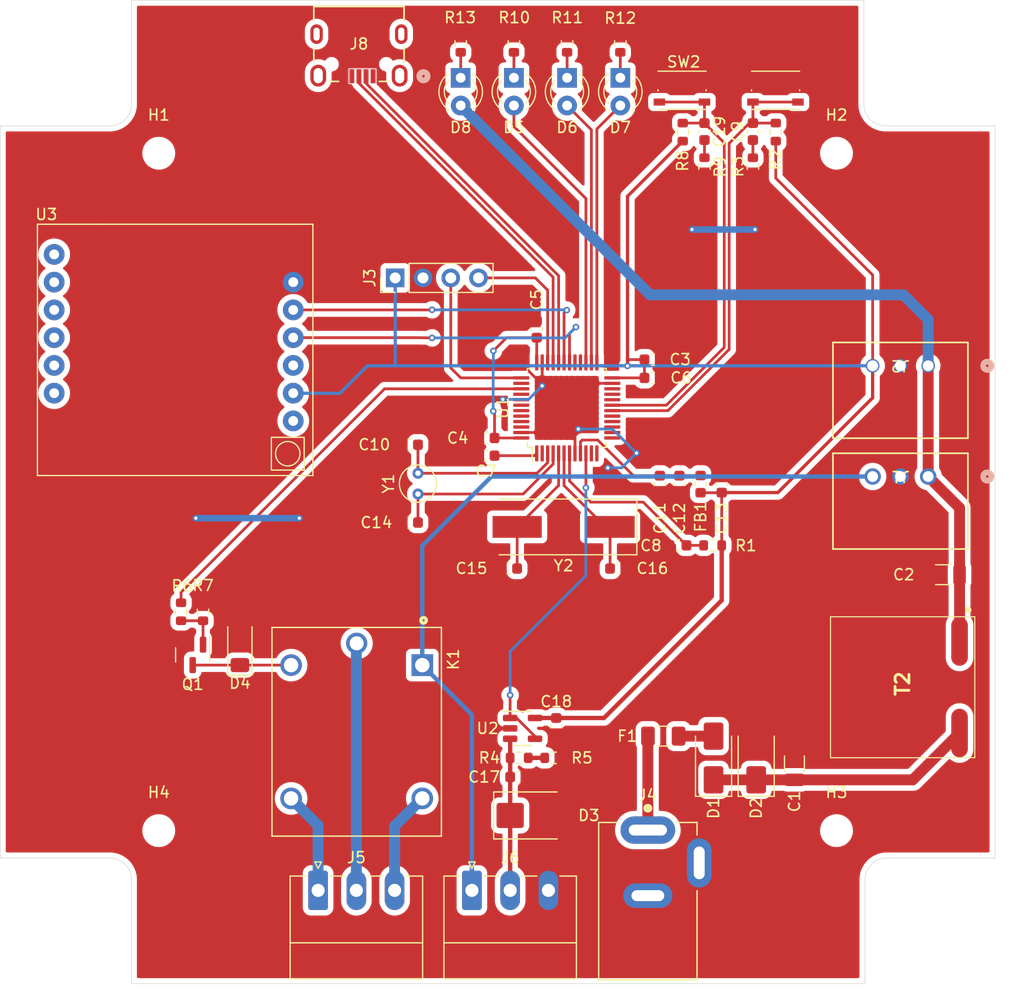
<source format=kicad_pcb>
(kicad_pcb (version 20221018) (generator pcbnew)
  (layers (0 "F.Cu" signal) (31 "B.Cu" signal) (34 "B.Paste" user) (35 "F.Paste" user) (36 "B.SilkS" user "B.Silkscreen") (37 "F.SilkS" user "F.Silkscreen") (38 "B.Mask" user) (39 "F.Mask" user) (44 "Edge.Cuts" user))
  (net 0 "")
  (net 1 "Net-(D1-K)")
  (net 2 "GND")
  (net 3 "/Power/+12V")
  (net 4 "Net-(D1-A)")
  (net 5 "/Power/VIN")
  (net 6 "+5V")
  (net 7 "+3V3")
  (net 8 "/MCU/VBAT")
  (net 9 "/MCU/NRST")
  (net 10 "/MCU/BTN_ACT")
  (net 11 "Net-(C9-Pad2)")
  (net 12 "/MCU/RCC_OSC32_IN")
  (net 13 "+3.3VA")
  (net 14 "/MCU/RCC_OSC32_OUT")
  (net 15 "/MCU/RCC_OSC_IN")
  (net 16 "/MCU/RCC_OSC_OUT")
  (net 17 "/ADC/SENSOR")
  (net 18 "/MCU/BTN_DEACT")
  (net 19 "Net-(C19-Pad2)")
  (net 20 "Net-(D4-K)")
  (net 21 "Net-(D5-K)")
  (net 22 "/MCU/LED_ACT")
  (net 23 "Net-(D6-K)")
  (net 24 "/MCU/LED_DEACT")
  (net 25 "Net-(D7-K)")
  (net 26 "/MCU/LED_ERR")
  (net 27 "Net-(D8-K)")
  (net 28 "/MCU/SWDIO")
  (net 29 "/MCU/SWCLK")
  (net 30 "/RELAY/RLIN")
  (net 31 "/RELAY/RLNO")
  (net 32 "/RELAY/RLNC")
  (net 33 "/MCU/USB_DM")
  (net 34 "/MCU/USB_DP")
  (net 35 "Net-(Q1-B)")
  (net 36 "Net-(R4-Pad2)")
  (net 37 "/MCU/RELAY")
  (net 39 "/ADC/ADC")
  (net 62 "/GSM/RXD")
  (net 63 "/GSM/TXD")
  (footprint "Damlama:Wurth_Power_173950578" (layer "F.Cu") (at 178.6851 95.088534 180)
    (fp_text reference "J1")
    (fp_text value "173950578")
  )
  (footprint "Package_TO_SOT_SMD:SOT-23" (layer "F.Cu") (at 111.4 111.4125 -90)
    (fp_text reference "Q1")
    (fp_text value "BC847")
  )
  (footprint "MountingHole:MountingHole_2.5mm" (layer "F.Cu") (at 108.3 65.5)
    (fp_text reference "H1")
    (fp_text value "MountingHole")
  )
  (footprint "Capacitor_SMD:C_0603_1608Metric" (layer "F.Cu") (at 162.65 63.515 -90)
    (fp_text reference "C9")
    (fp_text value "100nF")
  )
  (footprint "Damlama:CUI_PJ-002A" (layer "F.Cu") (at 153.04 127.45 -90)
    (fp_text reference "J4")
    (fp_text value "PJ-002A")
  )
  (footprint "Resistor_SMD:R_0603_1608Metric" (layer "F.Cu") (at 162.65 66.735 -90)
    (fp_text reference "R3")
    (fp_text value "100R")
  )
  (footprint "Damlama:PA2748NL" (layer "F.Cu") (at 176.35 114.375 -90)
    (fp_text reference "T2")
    (fp_text value "PA2748NL" hide)
  )
  (footprint "Resistor_SMD:R_0603_1608Metric" (layer "F.Cu") (at 140.786668 55.435 90)
    (fp_text reference "R10")
    (fp_text value "470R")
  )
  (footprint "Resistor_SMD:R_0603_1608Metric" (layer "F.Cu") (at 144.43 120.84)
    (fp_text reference "R5")
    (fp_text value "15")
  )
  (footprint "Capacitor_SMD:C_0603_1608Metric" (layer "F.Cu") (at 153.505 86.06)
    (fp_text reference "C6")
    (fp_text value "100nF")
  )
  (footprint "Connector_Phoenix_MC:PhoenixContact_MC_1,5_3-G-3.5_1x03_P3.50mm_Horizontal" (layer "F.Cu") (at 136.945 132.9675)
    (fp_text reference "J6")
    (fp_text value "SENSOR")
  )
  (footprint "Resistor_SMD:R_0603_1608Metric" (layer "F.Cu") (at 150.52 55.435 90)
    (fp_text reference "R12")
    (fp_text value "470R")
  )
  (footprint "Capacitor_SMD:C_0603_1608Metric" (layer "F.Cu") (at 154.135 95.785 -90)
    (fp_text reference "C11")
    (fp_text value "10nF")
  )
  (footprint "Resistor_SMD:R_0603_1608Metric" (layer "F.Cu") (at 141.27 120.84)
    (fp_text reference "R4")
    (fp_text value "150")
  )
  (footprint "Resistor_SMD:R_0603_1608Metric" (layer "F.Cu") (at 156.23 63.565 90)
    (fp_text reference "R8")
    (fp_text value "4K7")
  )
  (footprint "MountingHole:MountingHole_2.5mm" (layer "F.Cu") (at 170.3 127.5)
    (fp_text reference "H3")
    (fp_text value "MountingHole")
  )
  (footprint "Capacitor_SMD:C_0603_1608Metric" (layer "F.Cu") (at 131.235 92.18)
    (fp_text reference "C10")
    (fp_text value "12.5pF")
  )
  (footprint "Capacitor_SMD:C_0603_1608Metric" (layer "F.Cu") (at 131.235 99.3)
    (fp_text reference "C14")
    (fp_text value "12.5pF")
  )
  (footprint "Resistor_SMD:R_0603_1608Metric" (layer "F.Cu") (at 158.97 101.39)
    (fp_text reference "R1")
    (fp_text value "10K")
  )
  (footprint "Damlama:RELAY_SRD-05VDC-SL-C" (layer "F.Cu") (at 126.405 118.45 -90)
    (fp_text reference "K1")
    (fp_text value "SRD-05VDC-SL-C")
  )
  (footprint "Package_TO_SOT_SMD:TSOT-23-5" (layer "F.Cu") (at 141.5825 118.14)
    (fp_text reference "U2")
    (fp_text value "AD8603")
  )
  (footprint "Resistor_SMD:R_0603_1608Metric" (layer "F.Cu") (at 112.35 107.465 90)
    (fp_text reference "R7")
    (fp_text value "47K")
  )
  (footprint "Diode_SMD:D_MiniMELF" (layer "F.Cu") (at 115.72 110.6 90)
    (fp_text reference "D4")
    (fp_text value "1N4148")
  )
  (footprint "Capacitor_SMD:C_0603_1608Metric" (layer "F.Cu") (at 150.355 103.51 180)
    (fp_text reference "C16")
    (fp_text value "20pF")
  )
  (footprint "Diode_SMD:D_SMB" (layer "F.Cu") (at 142.595 126.11)
    (fp_text reference "D3")
    (fp_text value "SMBJ28A")
  )
  (footprint "Damlama:Wurth_Power_173950378" (layer "F.Cu") (at 178.6851 84.954501 180)
    (fp_text reference "J2")
    (fp_text value "173950378")
  )
  (footprint "Inductor_SMD:L_0603_1608Metric" (layer "F.Cu") (at 157.865 95.785 90)
    (fp_text reference "FB1")
    (fp_text value "120R")
  )
  (footprint "Capacitor_SMD:C_0603_1608Metric" (layer "F.Cu") (at 140.305 103.51)
    (fp_text reference "C15")
    (fp_text value "20pF")
  )
  (footprint "LED_THT:LED_D3.0mm" (layer "F.Cu") (at 140.786668 58.595 -90)
    (fp_text reference "D5")
    (fp_text value "LED_ACT")
  )
  (footprint "Damlama:SIM800L-CORE" (layer "F.Cu") (at 120.6 90 180)
    (fp_text reference "U3")
    (fp_text value "SIM800L-CORE")
  )
  (footprint "Package_QFP:LQFP-48_7x7mm_P0.5mm" (layer "F.Cu") (at 145.625 88.81 90)
    (fp_text reference "U1")
    (fp_text value "STM32F103C8T6")
  )
  (footprint "Capacitor_SMD:C_0603_1608Metric" (layer "F.Cu") (at 158.22 63.515 -90)
    (fp_text reference "C19")
    (fp_text value "100nF")
  )
  (footprint "Connector_Phoenix_MC:PhoenixContact_MC_1,5_3-G-3.5_1x03_P3.50mm_Horizontal" (layer "F.Cu") (at 122.875 132.9675)
    (fp_text reference "J5")
    (fp_text value "RELAY")
  )
  (footprint "MountingHole:MountingHole_2.5mm" (layer "F.Cu") (at 170.3 65.5)
    (fp_text reference "H2")
    (fp_text value "MountingHole")
  )
  (footprint "Capacitor_SMD:C_0603_1608Metric" (layer "F.Cu") (at 144.66 117.965 -90)
    (fp_text reference "C18")
    (fp_text value "100nF")
  )
  (footprint "Resistor_SMD:R_0603_1608Metric" (layer "F.Cu") (at 164.74 63.565 90)
    (fp_text reference "R2")
    (fp_text value "4K7")
  )
  (footprint "Capacitor_SMD:C_0603_1608Metric" (layer "F.Cu") (at 141.22 122.59)
    (fp_text reference "C17")
    (fp_text value "10nF")
  )
  (footprint "Crystal:Crystal_C38-LF_D3.0mm_L8.0mm_Vertical" (layer "F.Cu") (at 132.01 96.69 90)
    (fp_text reference "Y1")
    (fp_text value "32KHz")
  )
  (footprint "Crystal:Crystal_SMD_HC49-SD" (layer "F.Cu") (at 145.335 99.7 180)
    (fp_text reference "Y2")
    (fp_text value "8MHz")
  )
  (footprint "Damlama:CONN_USB_WURTH_629105150521" (layer "F.Cu") (at 126.61 55.498 180)
    (fp_text reference "J8")
    (fp_text value "629105150521")
  )
  (footprint "Capacitor_SMD:C_1206_3216Metric" (layer "F.Cu") (at 180.08 104.076366 180)
    (fp_text reference "C2")
    (fp_text value "CL31B104KBCNFNC")
  )
  (footprint "Button_Switch_SMD:SW_Push_1P1T_NO_Vertical_Wuerth_434133025816" (layer "F.Cu") (at 164.725 59.74)
    (fp_text reference "SW1" hide)
    (fp_text value "BTN_ACT")
  )
  (footprint "Capacitor_SMD:C_0603_1608Metric" (layer "F.Cu") (at 155.795 101.39 180)
    (fp_text reference "C8")
    (fp_text value "100nF")
  )
  (footprint "Resistor_SMD:R_0603_1608Metric" (layer "F.Cu") (at 158.22 66.735 -90)
    (fp_text reference "R9")
    (fp_text value "100R")
  )
  (footprint "LED_THT:LED_D3.0mm" (layer "F.Cu") (at 145.653334 58.595 -90)
    (fp_text reference "D6")
    (fp_text value "LED_DEACT")
  )
  (footprint "Capacitor_SMD:C_0603_1608Metric" (layer "F.Cu") (at 155.925 95.785 -90)
    (fp_text reference "C12")
    (fp_text value "1uF")
  )
  (footprint "Capacitor_SMD:C_0603_1608Metric" (layer "F.Cu") (at 138.24 91.56 180)
    (fp_text reference "C4")
    (fp_text value "100nF")
  )
  (footprint "Diode_SMD:D_SMA" (layer "F.Cu") (at 162.95 120.85 90)
    (fp_text reference "D2")
    (fp_text value "SMBJ28A" hide)
  )
  (footprint "Capacitor_SMD:C_1206_3216Metric" (layer "F.Cu") (at 166.45 121.375 90)
    (fp_text reference "C1")
    (fp_text value "CL31B104KBCNFNC" hide)
  )
  (footprint "MountingHole:MountingHole_2.5mm" (layer "F.Cu") (at 108.3 127.5)
    (fp_text reference "H4")
    (fp_text value "MountingHole")
  )
  (footprint "Diode_SMD:D_SMA" (layer "F.Cu") (at 159.05 120.85 90)
    (fp_text reference "D1")
    (fp_text value "SBR3A40SAQ" hide)
  )
  (footprint "Connector_PinHeader_2.54mm:PinHeader_1x04_P2.54mm_Vertical" (layer "F.Cu") (at 129.93 76.91 90)
    (fp_text reference "J3")
    (fp_text value "SW")
  )
  (footprint "Resistor_SMD:R_0603_1608Metric" (layer "F.Cu") (at 135.92 55.435 90)
    (fp_text reference "R13")
    (fp_text value "1K2")
  )
  (footprint "Button_Switch_SMD:SW_Push_1P1T_NO_Vertical_Wuerth_434133025816" (layer "F.Cu") (at 156.17 59.74)
    (fp_text reference "SW2")
    (fp_text value "BTN_DEACT")
  )
  (footprint "Resistor_SMD:R_0603_1608Metric" (layer "F.Cu") (at 145.653334 55.435 90)
    (fp_text reference "R11")
    (fp_text value "470R")
  )
  (footprint "Capacitor_SMD:C_0603_1608Metric" (layer "F.Cu") (at 159.795 95.785 90)
    (fp_text reference "C13")
    (fp_text value "1uF")
  )
  (footprint "LED_THT:LED_D3.0mm" (layer "F.Cu") (at 135.92 58.595 -90)
    (fp_text reference "D8")
    (fp_text value "LED_PWR")
  )
  (footprint "Fuse:Fuse_1206_3216Metric" (layer "F.Cu") (at 154.45 118.85)
    (fp_text reference "F1")
    (fp_text value "1A" hide)
  )
  (footprint "Capacitor_SMD:C_0603_1608Metric" (layer "F.Cu") (at 138.24 93.18 180)
    (fp_text reference "C7")
    (fp_text value "1uF/10V")
  )
  (footprint "Capacitor_SMD:C_0603_1608Metric" (layer "F.Cu") (at 142.875 81.605 90)
    (fp_text reference "C5")
    (fp_text value "100nF")
  )
  (footprint "Capacitor_SMD:C_0603_1608Metric" (layer "F.Cu") (at 153.505 84.39)
    (fp_text reference "C3")
    (fp_text value "10uF")
  )
  (footprint "Resistor_SMD:R_0603_1608Metric" (layer "F.Cu") (at 110.34 107.465 90)
    (fp_text reference "R6")
    (fp_text value "4K7")
  )
  (footprint "LED_THT:LED_D3.0mm" (layer "F.Cu") (at 150.52 58.595 -90)
    (fp_text reference "D7")
    (fp_text value "LED_ERR")
  )
  (gr_line locked (start 105.8 51.5) (end 172.8 51.5) (stroke (width 0.05)) (layer "Edge.Cuts"))
  (gr_line locked (start 172.9 141.5) (end 105.8 141.5) (stroke (width 0.05)) (layer "Edge.Cuts"))
  (gr_arc locked (start 105.8 61) (mid 105.214214 62.414214) (end 103.8 63) (stroke (width 0.05)) (layer "Edge.Cuts"))
  (gr_line locked (start 93.8 130) (end 103.8 130) (stroke (width 0.05)) (layer "Edge.Cuts"))
  (gr_line locked (start 105.8 61) (end 105.8 51.5) (stroke (width 0.05)) (layer "Edge.Cuts"))
  (gr_line locked (start 93.8 130) (end 93.8 63) (stroke (width 0.05)) (layer "Edge.Cuts"))
  (gr_line locked (start 184.8 130) (end 174.9 130) (stroke (width 0.05)) (layer "Edge.Cuts"))
  (gr_line locked (start 172.8 51.5) (end 172.8 61) (stroke (width 0.05)) (layer "Edge.Cuts"))
  (gr_line locked (start 172.9 132) (end 172.9 141.5) (stroke (width 0.05)) (layer "Edge.Cuts"))
  (gr_line locked (start 184.8 63) (end 184.8 130) (stroke (width 0.05)) (layer "Edge.Cuts"))
  (gr_line locked (start 174.8 63) (end 184.8 63) (stroke (width 0.05)) (layer "Edge.Cuts"))
  (gr_arc locked (start 172.9 132) (mid 173.485786 130.585786) (end 174.9 130) (stroke (width 0.05)) (layer "Edge.Cuts"))
  (gr_arc locked (start 174.8 63) (mid 173.385786 62.414214) (end 172.8 61) (stroke (width 0.05)) (layer "Edge.Cuts"))
  (gr_line locked (start 93.8 63) (end 103.8 63) (stroke (width 0.05)) (layer "Edge.Cuts"))
  (gr_arc locked (start 103.8 130) (mid 105.214214 130.585786) (end 105.8 132) (stroke (width 0.05)) (layer "Edge.Cuts"))
  (gr_line locked (start 105.8 132) (end 105.8 141.5) (stroke (width 0.05)) (layer "Edge.Cuts"))
  (segment (start 159.05 122.85) (end 162.95 122.85) (width 1) (layer "F.Cu") (net 1))
  (segment (start 166.45 122.85) (end 177.27 122.85) (width 1) (layer "F.Cu") (net 1))
  (segment (start 162.95 122.85) (end 166.45 122.85) (width 1) (layer "F.Cu") (net 1))
  (segment (start 177.27 122.85) (end 181.555 118.565) (width 1) (layer "F.Cu") (net 1))
  (segment (start 141.4625 91.06) (end 146.36 91.06) (width 0.25) (layer "F.Cu") (net 2))
  (segment (start 149.7875 86.56) (end 147.81 86.56) (width 0.25) (layer "F.Cu") (net 2))
  (segment (start 143.375 86.785) (end 143.37 86.79) (width 0.25) (layer "F.Cu") (net 2))
  (segment (start 143.37 86.79) (end 143.375 86.795) (width 0.25) (layer "F.Cu") (net 2))
  (segment (start 143.37 86.664315) (end 143.37 86.79) (width 0.25) (layer "F.Cu") (net 2))
  (segment (start 143.375 84.6475) (end 143.375 86.785) (width 0.25) (layer "F.Cu") (net 2))
  (segment (start 146.375 92.9725) (end 146.375 91.045) (width 0.25) (layer "F.Cu") (net 2))
  (segment (start 147.8 86.57) (end 147.81 86.56) (width 0.25) (layer "F.Cu") (net 2))
  (segment (start 141.14 84.434315) (end 143.37 86.664315) (width 0.25) (layer "F.Cu") (net 2))
  (segment (start 141.14 84.12) (end 141.14 84.434315) (width 0.25) (layer "F.Cu") (net 2))
  (segment (start 146.375 91.045) (end 146.68 90.74) (width 0.25) (layer "F.Cu") (net 2))
  (segment (start 146.36 91.06) (end 146.68 90.74) (width 0.25) (layer "F.Cu") (net 2))
  (via (at 152 92.94) (size 0.6) (drill 0.3) (layers "F.Cu" "B.Cu") (net 2))
  (via (at 162.84 72.48) (size 0.6) (drill 0.3) (layers "F.Cu" "B.Cu") (net 2))
  (via (at 111.69 98.9) (size 0.6) (drill 0.3) (layers "F.Cu" "B.Cu") (net 2))
  (via (at 149.37 94.29) (size 0.6) (drill 0.3) (layers "F.Cu" "B.Cu") (net 2))
  (via (at 121.16 98.9) (size 0.6) (drill 0.3) (layers "F.Cu" "B.Cu") (net 2))
  (via (at 139.77 88.03) (size 0.6) (drill 0.3) (layers "F.Cu" "B.Cu") (net 2))
  (via (at 157.08 72.48) (size 0.6) (drill 0.3) (layers "F.Cu" "B.Cu") (net 2))
  (via (at 143.37 86.79) (size 0.6) (drill 0.3) (layers "F.Cu" "B.Cu") (net 2))
  (via (at 146.68 90.74) (size 0.6) (drill 0.3) (layers "F.Cu" "B.Cu") (net 2))
  (segment (start 111.69 98.9) (end 121.16 98.9) (width 0.6) (layer "B.Cu") (net 2))
  (segment (start 149.8 90.74) (end 152 92.94) (width 0.25) (layer "B.Cu") (net 2))
  (segment (start 149.37 94.29) (end 150.65 94.29) (width 0.25) (layer "B.Cu") (net 2))
  (segment (start 142.13 88.03) (end 143.37 86.79) (width 0.25) (layer "B.Cu") (net 2))
  (segment (start 150.65 94.29) (end 152 92.94) (width 0.25) (layer "B.Cu") (net 2))
  (segment (start 146.68 90.74) (end 149.8 90.74) (width 0.25) (layer "B.Cu") (net 2))
  (segment (start 157.08 72.48) (end 162.84 72.48) (width 0.6) (layer "B.Cu") (net 2))
  (segment (start 139.77 88.03) (end 142.13 88.03) (width 0.25) (layer "B.Cu") (net 2))
  (segment (start 181.555 104.076366) (end 181.555 97.958434) (width 1) (layer "F.Cu") (net 3))
  (segment (start 181.555 97.958434) (end 178.6851 95.088534) (width 1) (layer "F.Cu") (net 3))
  (segment (start 181.555 110.185) (end 181.555 104.076366) (width 1) (layer "F.Cu") (net 3))
  (segment (start 178.6851 95.088534) (end 178.6851 84.954501) (width 1) (layer "F.Cu") (net 3))
  (segment (start 178.6851 84.954501) (end 178.6851 80.7251) (width 1) (layer "B.Cu") (net 3))
  (segment (start 178.6851 80.7251) (end 176.42 78.46) (width 1) (layer "B.Cu") (net 3))
  (segment (start 153.245 78.46) (end 135.92 61.135) (width 1) (layer "B.Cu") (net 3))
  (segment (start 176.42 78.46) (end 153.245 78.46) (width 1) (layer "B.Cu") (net 3))
  (segment (start 155.85 118.85) (end 159.05 118.85) (width 1) (layer "F.Cu") (net 4))
  (segment (start 153.04 118.86) (end 153.05 118.85) (width 1) (layer "F.Cu") (net 5))
  (segment (start 153.04 127.45) (end 153.04 118.86) (width 1) (layer "F.Cu") (net 5))
  (segment (start 173.6051 95.088534) (end 138.731466 95.088534) (width 0.4) (layer "B.Cu") (net 6))
  (segment (start 136.945 132.9675) (end 136.945 116.89) (width 0.4) (layer "B.Cu") (net 6))
  (segment (start 136.945 116.89) (end 132.405 112.35) (width 0.4) (layer "B.Cu") (net 6))
  (segment (start 132.405 101.415) (end 132.405 112.35) (width 0.4) (layer "B.Cu") (net 6))
  (segment (start 138.731466 95.088534) (end 132.405 101.415) (width 0.4) (layer "B.Cu") (net 6))
  (segment (start 159.795 106.425) (end 159.795 101.39) (width 0.4) (layer "F.Cu") (net 7))
  (segment (start 152.73 84.39) (end 152.73 86.06) (width 0.25) (layer "F.Cu") (net 7))
  (segment (start 151.18 84.38) (end 151.18 69.44) (width 0.3) (layer "F.Cu") (net 7))
  (segment (start 151.18 69.44) (end 156.23 64.39) (width 0.3) (layer "F.Cu") (net 7))
  (segment (start 173.6051 87.8849) (end 164.93 96.56) (width 0.3) (layer "F.Cu") (net 7))
  (segment (start 142.72 117.19) (end 144.66 117.19) (width 0.4) (layer "F.Cu") (net 7))
  (segment (start 152.73 84.39) (end 151.19 84.39) (width 0.25) (layer "F.Cu") (net 7))
  (segment (start 164.93 96.56) (end 159.795 96.56) (width 0.3) (layer "F.Cu") (net 7))
  (segment (start 152.74 84.38) (end 152.73 84.39) (width 0.4) (layer "F.Cu") (net 7))
  (segment (start 173.6051 76.6451) (end 173.6051 84.954501) (width 0.25) (layer "F.Cu") (net 7))
  (segment (start 164.74 67.78) (end 173.6051 76.6451) (width 0.25) (layer "F.Cu") (net 7))
  (segment (start 142.875 82.38) (end 140.12 82.38) (width 0.25) (layer "F.Cu") (net 7))
  (segment (start 140.12 82.38) (end 138.91 83.59) (width 0.25) (layer "F.Cu") (net 7))
  (segment (start 159.7825 96.5725) (end 159.795 96.56) (width 0.25) (layer "F.Cu") (net 7))
  (segment (start 144.66 117.19) (end 149.03 117.19) (width 0.4) (layer "F.Cu") (net 7))
  (segment (start 157.865 96.5725) (end 159.7825 96.5725) (width 0.25) (layer "F.Cu") (net 7))
  (segment (start 138.9 89.11) (end 139.015 89.225) (width 0.25) (layer "F.Cu") (net 7))
  (segment (start 151.18 84.97) (end 151.18 84.38) (width 0.3) (layer "F.Cu") (net 7))
  (segment (start 149.03 117.19) (end 159.795 106.425) (width 0.4) (layer "F.Cu") (net 7))
  (segment (start 159.795 96.56) (end 159.795 101.39) (width 0.25) (layer "F.Cu") (net 7))
  (segment (start 142.875 84.6475) (end 142.875 82.38) (width 0.25) (layer "F.Cu") (net 7))
  (segment (start 141.4625 91.56) (end 139.015 91.56) (width 0.25) (layer "F.Cu") (net 7))
  (segment (start 149.7875 86.06) (end 152.73 86.06) (width 0.25) (layer "F.Cu") (net 7))
  (segment (start 139.015 89.225) (end 139.015 91.56) (width 0.25) (layer "F.Cu") (net 7))
  (segment (start 173.6051 84.954501) (end 173.6051 87.8849) (width 0.3) (layer "F.Cu") (net 7))
  (segment (start 164.74 64.39) (end 164.74 67.78) (width 0.25) (layer "F.Cu") (net 7))
  (via (at 138.91 83.59) (size 0.6) (drill 0.3) (layers "F.Cu" "B.Cu") (net 7))
  (via (at 138.9 89.11) (size 0.6) (drill 0.3) (layers "F.Cu" "B.Cu") (net 7))
  (via (at 151.18 84.97) (size 0.6) (drill 0.3) (layers "F.Cu" "B.Cu") (net 7))
  (segment (start 138.91 84.934501) (end 138.89 84.954501) (width 0.25) (layer "B.Cu") (net 7))
  (segment (start 151.164501 84.954501) (end 138.89 84.954501) (width 0.3) (layer "B.Cu") (net 7))
  (segment (start 151.195499 84.954501) (end 151.18 84.97) (width 0.3) (layer "B.Cu") (net 7))
  (segment (start 138.89 89.1) (end 138.9 89.11) (width 0.25) (layer "B.Cu") (net 7))
  (segment (start 138.89 84.954501) (end 131.05 84.954501) (width 0.3) (layer "B.Cu") (net 7))
  (segment (start 138.89 84.954501) (end 138.89 89.1) (width 0.25) (layer "B.Cu") (net 7))
  (segment (start 129.93 76.91) (end 129.93 84.884501) (width 0.3) (layer "B.Cu") (net 7))
  (segment (start 173.6051 84.954501) (end 151.195499 84.954501) (width 0.3) (layer "B.Cu") (net 7))
  (segment (start 129.86 84.954501) (end 127.385499 84.954501) (width 0.3) (layer "B.Cu") (net 7))
  (segment (start 151.18 84.97) (end 151.164501 84.954501) (width 0.3) (layer "B.Cu") (net 7))
  (segment (start 127.385499 84.954501) (end 124.87 87.47) (width 0.3) (layer "B.Cu") (net 7))
  (segment (start 138.91 83.59) (end 138.91 84.934501) (width 0.25) (layer "B.Cu") (net 7))
  (segment (start 124.87 87.47) (end 120.61 87.47) (width 0.3) (layer "B.Cu") (net 7))
  (segment (start 129.93 84.884501) (end 129.86 84.954501) (width 0.3) (layer "B.Cu") (net 7))
  (segment (start 131.05 84.954501) (end 129.86 84.954501) (width 0.3) (layer "B.Cu") (net 7))
  (segment (start 120.61 87.47) (end 120.6 87.46) (width 0.3) (layer "B.Cu") (net 7))
  (segment (start 139.015 93.18) (end 142.6675 93.18) (width 0.25) (layer "F.Cu") (net 8))
  (segment (start 142.6675 93.18) (end 142.875 92.9725) (width 0.25) (layer "F.Cu") (net 8))
  (segment (start 156.57 101.39) (end 152.61 97.43) (width 0.25) (layer "F.Cu") (net 9))
  (segment (start 158.145 101.39) (end 156.57 101.39) (width 0.25) (layer "F.Cu") (net 9))
  (segment (start 152.61 97.43) (end 147.806116 97.43) (width 0.25) (layer "F.Cu") (net 9))
  (segment (start 145.875 95.498884) (end 145.875 92.9725) (width 0.25) (layer "F.Cu") (net 9))
  (segment (start 147.806116 97.43) (end 145.875 95.498884) (width 0.25) (layer "F.Cu") (net 9))
  (segment (start 162.65 62.74) (end 162.33 62.74) (width 0.25) (layer "F.Cu") (net 10))
  (segment (start 164.74 62.74) (end 162.65 62.74) (width 0.25) (layer "F.Cu") (net 10))
  (segment (start 162.33 62.74) (end 160.48 64.59) (width 0.25) (layer "F.Cu") (net 10))
  (segment (start 160.48 64.59) (end 160.48 83.45) (width 0.25) (layer "F.Cu") (net 10))
  (segment (start 162.65 60.815) (end 162.65 62.74) (width 0.25) (layer "F.Cu") (net 10))
  (segment (start 160.48 83.45) (end 154.87 89.06) (width 0.25) (layer "F.Cu") (net 10))
  (segment (start 166.775 60.815) (end 162.65 60.815) (width 0.25) (layer "F.Cu") (net 10))
  (segment (start 154.87 89.06) (end 149.7875 89.06) (width 0.25) (layer "F.Cu") (net 10))
  (segment (start 162.65 64.29) (end 162.65 65.91) (width 0.25) (layer "F.Cu") (net 11))
  (segment (start 132.01 92.18) (end 132.01 94.79) (width 0.25) (layer "F.Cu") (net 12))
  (segment (start 132.01 94.79) (end 142.9 94.79) (width 0.25) (layer "F.Cu") (net 12))
  (segment (start 143.875 93.815) (end 143.875 92.9725) (width 0.25) (layer "F.Cu") (net 12))
  (segment (start 142.9 94.79) (end 143.875 93.815) (width 0.25) (layer "F.Cu") (net 12))
  (segment (start 146.875 91.915) (end 146.875 92.9725) (width 0.25) (layer "F.Cu") (net 13))
  (segment (start 148.455685 91.75) (end 147.04 91.75) (width 0.25) (layer "F.Cu") (net 13))
  (segment (start 154.135 95.01) (end 151.715685 95.01) (width 0.25) (layer "F.Cu") (net 13))
  (segment (start 154.1475 94.9975) (end 154.135 95.01) (width 0.25) (layer "F.Cu") (net 13))
  (segment (start 147.04 91.75) (end 146.875 91.915) (width 0.25) (layer "F.Cu") (net 13))
  (segment (start 151.715685 95.01) (end 148.455685 91.75) (width 0.25) (layer "F.Cu") (net 13))
  (segment (start 157.865 94.9975) (end 154.1475 94.9975) (width 0.25) (layer "F.Cu") (net 13))
  (segment (start 132.01 96.69) (end 141.636396 96.69) (width 0.25) (layer "F.Cu") (net 14))
  (segment (start 144.375 93.951396) (end 144.375 92.9725) (width 0.25) (layer "F.Cu") (net 14))
  (segment (start 141.636396 96.69) (end 144.375 93.951396) (width 0.25) (layer "F.Cu") (net 14))
  (segment (start 132.01 99.3) (end 132.01 96.69) (width 0.25) (layer "F.Cu") (net 14))
  (segment (start 141.08 103.51) (end 141.085 103.505) (width 0.25) (layer "F.Cu") (net 15))
  (segment (start 144.875 92.9725) (end 144.875 95.91) (width 0.25) (layer "F.Cu") (net 15))
  (segment (start 141.085 103.505) (end 141.085 99.7) (width 0.25) (layer "F.Cu") (net 15))
  (segment (start 144.875 95.91) (end 141.085 99.7) (width 0.25) (layer "F.Cu") (net 15))
  (segment (start 149.58 103.51) (end 149.585 103.505) (width 0.25) (layer "F.Cu") (net 16))
  (segment (start 145.375 95.915) (end 149.16 99.7) (width 0.25) (layer "F.Cu") (net 16))
  (segment (start 149.16 99.7) (end 149.585 99.7) (width 0.25) (layer "F.Cu") (net 16))
  (segment (start 149.585 103.505) (end 149.585 99.7) (width 0.25) (layer "F.Cu") (net 16))
  (segment (start 145.375 92.9725) (end 145.375 95.915) (width 0.25) (layer "F.Cu") (net 16))
  (segment (start 140.445 132.9675) (end 140.445 126.11) (width 0.4) (layer "F.Cu") (net 17))
  (segment (start 140.445 126.11) (end 140.445 119.09) (width 0.4) (layer "F.Cu") (net 17))
  (segment (start 160.03 64.55) (end 160.03 83.263604) (width 0.25) (layer "F.Cu") (net 18))
  (segment (start 156.23 62.74) (end 158.22 62.74) (width 0.25) (layer "F.Cu") (net 18))
  (segment (start 154.733604 88.56) (end 149.7875 88.56) (width 0.25) (layer "F.Cu") (net 18))
  (segment (start 160.03 83.263604) (end 154.733604 88.56) (width 0.25) (layer "F.Cu") (net 18))
  (segment (start 158.22 62.74) (end 160.03 64.55) (width 0.25) (layer "F.Cu") (net 18))
  (segment (start 154.095 60.815) (end 158.22 60.815) (width 0.25) (layer "F.Cu") (net 18))
  (segment (start 158.22 60.815) (end 158.22 62.74) (width 0.25) (layer "F.Cu") (net 18))
  (segment (start 158.22 65.91) (end 158.22 64.29) (width 0.25) (layer "F.Cu") (net 19))
  (segment (start 115.72 112.35) (end 111.4 112.35) (width 0.25) (layer "F.Cu") (net 20))
  (segment (start 120.405 112.35) (end 115.72 112.35) (width 0.25) (layer "F.Cu") (net 20))
  (segment (start 140.786668 56.26) (end 140.786668 58.595) (width 0.25) (layer "F.Cu") (net 21))
  (segment (start 140.786668 63.056668) (end 140.786668 61.135) (width 0.25) (layer "F.Cu") (net 22))
  (segment (start 147.375 69.645) (end 140.786668 63.056668) (width 0.25) (layer "F.Cu") (net 22))
  (segment (start 147.375 84.6475) (end 147.375 69.645) (width 0.25) (layer "F.Cu") (net 22))
  (segment (start 145.653334 56.26) (end 145.653334 58.595) (width 0.25) (layer "F.Cu") (net 23))
  (segment (start 147.875 84.6475) (end 147.875 63.356666) (width 0.25) (layer "F.Cu") (net 24))
  (segment (start 147.875 63.356666) (end 145.653334 61.135) (width 0.25) (layer "F.Cu") (net 24))
  (segment (start 150.52 56.26) (end 150.52 58.595) (width 0.25) (layer "F.Cu") (net 25))
  (segment (start 148.375 84.6475) (end 148.375 63.28) (width 0.25) (layer "F.Cu") (net 26))
  (segment (start 148.375 63.28) (end 150.52 61.135) (width 0.25) (layer "F.Cu") (net 26))
  (segment (start 135.92 56.26) (end 135.92 58.595) (width 0.25) (layer "F.Cu") (net 27))
  (segment (start 142.75 76.91) (end 143.875 78.035) (width 0.25) (layer "F.Cu") (net 28))
  (segment (start 143.875 78.035) (end 143.875 84.6475) (width 0.25) (layer "F.Cu") (net 28))
  (segment (start 137.55 76.91) (end 142.75 76.91) (width 0.25) (layer "F.Cu") (net 28))
  (segment (start 135.92 86.06) (end 141.4625 86.06) (width 0.25) (layer "F.Cu") (net 29))
  (segment (start 135.01 85.15) (end 135.92 86.06) (width 0.25) (layer "F.Cu") (net 29))
  (segment (start 135.01 76.91) (end 135.01 85.15) (width 0.25) (layer "F.Cu") (net 29))
  (segment (start 126.375 110.38) (end 126.405 110.35) (width 1) (layer "B.Cu") (net 30))
  (segment (start 126.375 132.9675) (end 126.375 110.38) (width 1) (layer "B.Cu") (net 30))
  (segment (start 122.875 127.02) (end 120.405 124.55) (width 1) (layer "B.Cu") (net 31))
  (segment (start 122.875 132.9675) (end 122.875 127.02) (width 1) (layer "B.Cu") (net 31))
  (segment (start 129.875 132.9675) (end 129.875 127.08) (width 1) (layer "B.Cu") (net 32))
  (segment (start 129.875 127.08) (end 132.405 124.55) (width 1) (layer "B.Cu") (net 32))
  (segment (start 144.875 76.714906) (end 127.259999 59.099905) (width 0.25) (layer "F.Cu") (net 33))
  (segment (start 144.875 84.6475) (end 144.875 76.714906) (width 0.25) (layer "F.Cu") (net 33))
  (segment (start 127.259999 59.099905) (end 127.259999 58.450001) (width 0.25) (layer "F.Cu") (net 33))
  (segment (start 144.375 76.851302) (end 144.375 84.6475) (width 0.25) (layer "F.Cu") (net 34))
  (segment (start 126.61 59.086302) (end 144.375 76.851302) (width 0.25) (layer "F.Cu") (net 34))
  (segment (start 126.61 58.450001) (end 126.61 59.086302) (width 0.25) (layer "F.Cu") (net 34))
  (segment (start 112.35 110.475) (end 112.35 108.29) (width 0.25) (layer "F.Cu") (net 35))
  (segment (start 110.34 108.29) (end 112.35 108.29) (width 0.25) (layer "F.Cu") (net 35))
  (segment (start 142.095 120.84) (end 143.605 120.84) (width 0.4) (layer "F.Cu") (net 36))
  (segment (start 110.34 105.68) (end 128.96 87.06) (width 0.25) (layer "F.Cu") (net 37))
  (segment (start 128.96 87.06) (end 141.4625 87.06) (width 0.25) (layer "F.Cu") (net 37))
  (segment (start 110.34 106.64) (end 110.34 105.68) (width 0.25) (layer "F.Cu") (net 37))
  (segment (start 147.375 96.105) (end 147.37 96.11) (width 0.25) (layer "F.Cu") (net 39))
  (segment (start 140.44 115.1) (end 140.44 117.185) (width 0.25) (layer "F.Cu") (net 39))
  (segment (start 140.44 117.185) (end 140.445 117.19) (width 0.25) (layer "F.Cu") (net 39))
  (segment (start 147.375 92.9725) (end 147.375 96.105) (width 0.25) (layer "F.Cu") (net 39))
  (segment (start 142.72 118.88) (end 142.72 119.09) (width 0.25) (layer "F.Cu") (net 39))
  (segment (start 140.445 117.19) (end 141.03 117.19) (width 0.25) (layer "F.Cu") (net 39))
  (segment (start 141.03 117.19) (end 142.72 118.88) (width 0.25) (layer "F.Cu") (net 39))
  (via (at 147.37 96.11) (size 0.6) (drill 0.3) (layers "F.Cu" "B.Cu") (net 39))
  (via (at 140.44 115.1) (size 0.6) (drill 0.3) (layers "F.Cu" "B.Cu") (net 39))
  (segment (start 140.44 111.09) (end 140.44 115.1) (width 0.25) (layer "B.Cu") (net 39))
  (segment (start 147.37 96.11) (end 147.37 104.16) (width 0.25) (layer "B.Cu") (net 39))
  (segment (start 147.37 104.16) (end 140.44 111.09) (width 0.25) (layer "B.Cu") (net 39))
  (segment (start 133.3 82.4) (end 131.87 82.38) (width 0.25) (layer "F.Cu") (net 62))
  (segment (start 146.46 81.41) (end 145.875 81.995) (width 0.25) (layer "F.Cu") (net 62))
  (segment (start 131.87 82.38) (end 120.6 82.38) (width 0.25) (layer "F.Cu") (net 62))
  (segment (start 145.875 81.995) (end 145.875 84.6475) (width 0.25) (layer "F.Cu") (net 62))
  (via (at 133.3 82.4) (size 0.6) (drill 0.3) (layers "F.Cu" "B.Cu") (net 62))
  (via (at 146.46 81.41) (size 0.6) (drill 0.3) (layers "F.Cu" "B.Cu") (net 62))
  (segment (start 133.3 82.4) (end 145.47 82.4) (width 0.25) (layer "B.Cu") (net 62))
  (segment (start 145.47 82.4) (end 146.46 81.41) (width 0.25) (layer "B.Cu") (net 62))
  (segment (start 145.375 80.105) (end 145.375 84.6475) (width 0.25) (layer "F.Cu") (net 63))
  (segment (start 145.62 79.86) (end 145.375 80.105) (width 0.25) (layer "F.Cu") (net 63))
  (segment (start 133.29 79.84) (end 133.3 79.83) (width 0.25) (layer "F.Cu") (net 63))
  (segment (start 120.6 79.84) (end 133.29 79.84) (width 0.25) (layer "F.Cu") (net 63))
  (via (at 145.62 79.86) (size 0.6) (drill 0.3) (layers "F.Cu" "B.Cu") (net 63))
  (via (at 133.3 79.83) (size 0.6) (drill 0.3) (layers "F.Cu" "B.Cu") (net 63))
  (segment (start 133.3 79.83) (end 145.59 79.83) (width 0.25) (layer "B.Cu") (net 63))
  (segment (start 145.59 79.83) (end 145.62 79.86) (width 0.25) (layer "B.Cu") (net 63))
  (zone (net 2) (net_name "GND") (layer "F.Cu") (connect_pads yes (clearance 0.5)) (min_thickness 0.25) (fill yes (thermal_gap 0.5) (thermal_bridge_width 0.5))
    (polygon (pts (xy 93.8 51.5) (xy 184.8 51.5) (xy 184.8 141.5) (xy 93.8 141.5)))
  )
)
</source>
